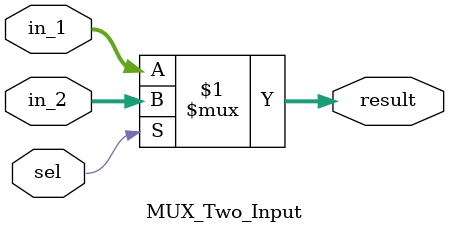
<source format=v>
module MUX_Two_Input(
   
	input	wire [31:0] 	in_1		,
    input 	wire [31:0] 	in_2		,
    input 	wire 			sel 		,

    output wire [31:0] 		result
);

	assign result = (sel) ? in_2 : in_1;

endmodule

</source>
